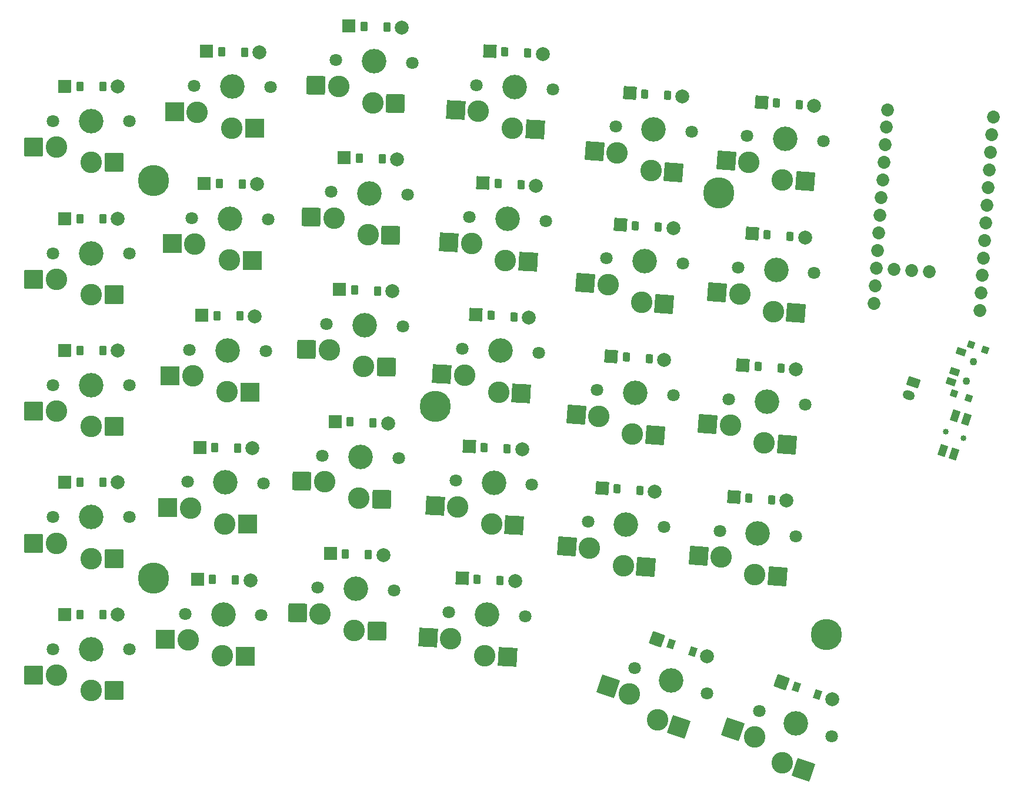
<source format=gbr>
%TF.GenerationSoftware,KiCad,Pcbnew,8.0.4*%
%TF.CreationDate,2024-08-23T21:57:30-04:00*%
%TF.ProjectId,left,6c656674-2e6b-4696-9361-645f70636258,v1.0.0*%
%TF.SameCoordinates,Original*%
%TF.FileFunction,Soldermask,Bot*%
%TF.FilePolarity,Negative*%
%FSLAX46Y46*%
G04 Gerber Fmt 4.6, Leading zero omitted, Abs format (unit mm)*
G04 Created by KiCad (PCBNEW 8.0.4) date 2024-08-23 21:57:30*
%MOMM*%
%LPD*%
G01*
G04 APERTURE LIST*
G04 Aperture macros list*
%AMRoundRect*
0 Rectangle with rounded corners*
0 $1 Rounding radius*
0 $2 $3 $4 $5 $6 $7 $8 $9 X,Y pos of 4 corners*
0 Add a 4 corners polygon primitive as box body*
4,1,4,$2,$3,$4,$5,$6,$7,$8,$9,$2,$3,0*
0 Add four circle primitives for the rounded corners*
1,1,$1+$1,$2,$3*
1,1,$1+$1,$4,$5*
1,1,$1+$1,$6,$7*
1,1,$1+$1,$8,$9*
0 Add four rect primitives between the rounded corners*
20,1,$1+$1,$2,$3,$4,$5,0*
20,1,$1+$1,$4,$5,$6,$7,0*
20,1,$1+$1,$6,$7,$8,$9,0*
20,1,$1+$1,$8,$9,$2,$3,0*%
%AMHorizOval*
0 Thick line with rounded ends*
0 $1 width*
0 $2 $3 position (X,Y) of the first rounded end (center of the circle)*
0 $4 $5 position (X,Y) of the second rounded end (center of the circle)*
0 Add line between two ends*
20,1,$1,$2,$3,$4,$5,0*
0 Add two circle primitives to create the rounded ends*
1,1,$1,$2,$3*
1,1,$1,$4,$5*%
G04 Aperture macros list end*
%ADD10RoundRect,0.050000X-0.278978X0.571989X-0.571989X-0.278978X0.278978X-0.571989X0.571989X0.278978X0*%
%ADD11C,1.100000*%
%ADD12RoundRect,0.050000X-0.444443X0.628963X-0.737455X-0.222003X0.444443X-0.628963X0.737455X0.222003X0*%
%ADD13RoundRect,0.050000X-0.904380X-0.873349X0.873349X-0.904380X0.904380X0.873349X-0.873349X0.904380X0*%
%ADD14RoundRect,0.050000X-0.460403X-0.592055X0.439460X-0.607762X0.460403X0.592055X-0.439460X0.607762X0*%
%ADD15C,2.005000*%
%ADD16RoundRect,0.050000X-0.934308X-0.841255X0.841255X-0.934308X0.934308X0.841255X-0.841255X0.934308X0*%
%ADD17RoundRect,0.050000X-0.480785X-0.575627X0.417982X-0.622729X0.480785X0.575627X-0.417982X0.622729X0*%
%ADD18C,1.801800*%
%ADD19C,3.100000*%
%ADD20C,3.529000*%
%ADD21RoundRect,0.050000X1.387517X1.206150X-1.206150X1.387517X-1.387517X-1.206150X1.206150X-1.387517X0*%
%ADD22RoundRect,0.050000X-0.608350X0.844044X-0.999032X-0.290578X0.608350X-0.844044X0.999032X0.290578X0*%
%ADD23HorizOval,1.300000X-0.236380X0.081392X0.236380X-0.081392X0*%
%ADD24RoundRect,0.050000X-0.919484X-0.857433X0.857433X-0.919484X0.919484X0.857433X-0.857433X0.919484X0*%
%ADD25RoundRect,0.050000X-0.470666X-0.583930X0.428786X-0.615339X0.470666X0.583930X-0.428786X0.615339X0*%
%ADD26C,0.850000*%
%ADD27RoundRect,0.050000X-0.220444X0.895561X-0.725075X-0.569993X0.220444X-0.895561X0.725075X0.569993X0*%
%ADD28RoundRect,0.050000X-0.948848X-0.824821X0.824821X-0.948848X0.948848X0.824821X-0.824821X0.948848X0*%
%ADD29RoundRect,0.050000X-0.490758X-0.567148X0.407050X-0.629929X0.490758X0.567148X-0.407050X0.629929X0*%
%ADD30RoundRect,0.050000X1.344577X1.253839X-1.253839X1.344577X-1.344577X-1.253839X1.253839X-1.344577X0*%
%ADD31RoundRect,0.050000X1.300000X1.300000X-1.300000X1.300000X-1.300000X-1.300000X1.300000X-1.300000X0*%
%ADD32RoundRect,0.050000X-0.889000X-0.889000X0.889000X-0.889000X0.889000X0.889000X-0.889000X0.889000X0*%
%ADD33RoundRect,0.050000X-0.450000X-0.600000X0.450000X-0.600000X0.450000X0.600000X-0.450000X0.600000X0*%
%ADD34RoundRect,0.050000X1.366255X1.230182X-1.230182X1.366255X-1.366255X-1.230182X1.230182X-1.366255X0*%
%ADD35C,0.800000*%
%ADD36C,4.500000*%
%ADD37RoundRect,0.050000X1.322490X1.277114X-1.277114X1.322490X-1.322490X-1.277114X1.277114X-1.322490X0*%
%ADD38RoundRect,0.050000X-1.129996X-0.551136X0.551136X-1.129996X1.129996X0.551136X-0.551136X1.129996X0*%
%ADD39RoundRect,0.050000X-0.620824X-0.420805X0.230142X-0.713817X0.620824X0.420805X-0.230142X0.713817X0*%
%ADD40C,1.852600*%
%ADD41RoundRect,0.050000X1.652413X0.805936X-0.805936X1.652413X-1.652413X-0.805936X0.805936X-1.652413X0*%
G04 APERTURE END LIST*
D10*
%TO.C,T1*%
X178715801Y-156877742D03*
X176635660Y-156161492D03*
D11*
X176959480Y-158599758D03*
X175982776Y-161436314D03*
D10*
X176306596Y-163874580D03*
X174226455Y-163158330D03*
D12*
X175241705Y-157215065D03*
X174265001Y-160051621D03*
X173776649Y-161469899D03*
%TD*%
D13*
%TO.C,D8*%
X65941033Y-151940055D03*
D14*
X68100704Y-151977753D03*
X71400202Y-152035345D03*
D15*
X73559873Y-152073043D03*
%TD*%
D16*
%TO.C,D18*%
X105396310Y-151852998D03*
D17*
X107553350Y-151966044D03*
X110848828Y-152138752D03*
D15*
X113005868Y-152251798D03*
%TD*%
D18*
%TO.C,S24*%
X136451018Y-125549792D03*
D19*
X130549365Y-131101637D03*
D20*
X130964416Y-125166131D03*
D19*
X125715009Y-128558214D03*
D18*
X125477814Y-124782470D03*
D21*
X133816387Y-131330090D03*
X122447987Y-128329761D03*
%TD*%
D22*
%TO.C,JST1*%
X168328564Y-161550571D03*
D23*
X167677428Y-163441609D03*
%TD*%
D24*
%TO.C,D15*%
X87086096Y-110248581D03*
D25*
X89244780Y-110323964D03*
X92542770Y-110439132D03*
D15*
X94701454Y-110514515D03*
%TD*%
D26*
%TO.C,B1*%
X175578120Y-169599302D03*
X172977944Y-168703990D03*
D27*
X175936339Y-166946393D03*
X174227106Y-171910365D03*
X174328958Y-166392927D03*
X172619725Y-171356899D03*
%TD*%
D16*
%TO.C,D17*%
X104401927Y-170826959D03*
D17*
X106558967Y-170940005D03*
X109854445Y-171112713D03*
D15*
X112011485Y-171225759D03*
%TD*%
D13*
%TO.C,D9*%
X66272629Y-132942949D03*
D14*
X68432300Y-132980647D03*
X71731798Y-133038239D03*
D15*
X73891469Y-133075937D03*
%TD*%
D18*
%TO.C,S23*%
X135125645Y-144503509D03*
D19*
X129223992Y-150055354D03*
D20*
X129639043Y-144119848D03*
D19*
X124389636Y-147511931D03*
D18*
X124152441Y-143736187D03*
D21*
X132491014Y-150283807D03*
X121122614Y-147283478D03*
%TD*%
D28*
%TO.C,D26*%
X143815451Y-159145345D03*
D29*
X145970189Y-159296019D03*
X149262151Y-159526215D03*
D15*
X151416889Y-159676889D03*
%TD*%
D18*
%TO.C,S11*%
X93563566Y-191524152D03*
D19*
X87859264Y-197278580D03*
D20*
X88066916Y-191332205D03*
D19*
X82939089Y-194905423D03*
D18*
X82570266Y-191140258D03*
D30*
X91132269Y-197392876D03*
X79666084Y-194791127D03*
%TD*%
D28*
%TO.C,D24*%
X127512480Y-119912538D03*
D29*
X129667218Y-120063212D03*
X132959180Y-120293408D03*
D15*
X135113918Y-120444082D03*
%TD*%
D18*
%TO.C,S2*%
X55500000Y-181000000D03*
D19*
X50000000Y-186950000D03*
D20*
X50000000Y-181000000D03*
D19*
X45000000Y-184750000D03*
D18*
X44500000Y-181000000D03*
D31*
X53275000Y-186950000D03*
X41725000Y-184750000D03*
%TD*%
D18*
%TO.C,S4*%
X55500000Y-143000000D03*
D19*
X50000000Y-148950000D03*
D20*
X50000000Y-143000000D03*
D19*
X45000000Y-146750000D03*
D18*
X44500000Y-143000000D03*
D31*
X53275000Y-148950000D03*
X41725000Y-146750000D03*
%TD*%
D24*
%TO.C,D11*%
X84433734Y-186202284D03*
D25*
X86592418Y-186277667D03*
X89890408Y-186392835D03*
D15*
X92049092Y-186468218D03*
%TD*%
D28*
%TO.C,D28*%
X146466197Y-121237911D03*
D29*
X148620935Y-121388585D03*
X151912897Y-121618781D03*
D15*
X154067635Y-121769455D03*
%TD*%
D32*
%TO.C,D5*%
X46190000Y-119000000D03*
D33*
X48350000Y-119000000D03*
X51650000Y-119000000D03*
D15*
X53810000Y-119000000D03*
%TD*%
D13*
%TO.C,D7*%
X65609438Y-170937161D03*
D14*
X67769109Y-170974859D03*
X71068607Y-171032451D03*
D15*
X73228278Y-171070149D03*
%TD*%
D24*
%TO.C,D14*%
X86423006Y-129237007D03*
D25*
X88581690Y-129312390D03*
X91879680Y-129427558D03*
D15*
X94038364Y-129502941D03*
%TD*%
D18*
%TO.C,S18*%
X114431871Y-157333393D03*
D19*
X108628010Y-162987391D03*
D20*
X108939409Y-157045545D03*
D19*
X103750001Y-160528726D03*
D18*
X103446947Y-156757697D03*
D34*
X111898522Y-163158791D03*
X100479490Y-160357326D03*
%TD*%
D32*
%TO.C,D2*%
X46190000Y-176000000D03*
D33*
X48350000Y-176000000D03*
X51650000Y-176000000D03*
D15*
X53810000Y-176000000D03*
%TD*%
D18*
%TO.C,S28*%
X155404735Y-126875165D03*
D19*
X149503082Y-132427010D03*
D20*
X149918133Y-126491504D03*
D19*
X144668726Y-129883587D03*
D18*
X144431531Y-126107843D03*
D21*
X152770104Y-132655463D03*
X141401704Y-129655134D03*
%TD*%
D32*
%TO.C,D4*%
X46190000Y-138000000D03*
D33*
X48350000Y-138000000D03*
X51650000Y-138000000D03*
D15*
X53810000Y-138000000D03*
%TD*%
D18*
%TO.C,S19*%
X115426255Y-138359432D03*
D19*
X109622394Y-144013430D03*
D20*
X109933793Y-138071584D03*
D19*
X104744385Y-141554765D03*
D18*
X104441331Y-137783736D03*
D34*
X112892906Y-144184830D03*
X101473874Y-141383365D03*
%TD*%
D18*
%TO.C,S27*%
X154079362Y-145828882D03*
D19*
X148177709Y-151380727D03*
D20*
X148592760Y-145445221D03*
D19*
X143343353Y-148837304D03*
D18*
X143106158Y-145061560D03*
D21*
X151444731Y-151609180D03*
X140076331Y-148608851D03*
%TD*%
D28*
%TO.C,D25*%
X142490078Y-178099062D03*
D29*
X144644816Y-178249736D03*
X147936778Y-178479932D03*
D15*
X150091516Y-178630606D03*
%TD*%
D28*
%TO.C,D22*%
X124861734Y-157819972D03*
D29*
X127016472Y-157970646D03*
X130308434Y-158200842D03*
D15*
X132463172Y-158351516D03*
%TD*%
D18*
%TO.C,S17*%
X113437488Y-176307355D03*
D19*
X107633627Y-181961353D03*
D20*
X107945026Y-176019507D03*
D19*
X102755618Y-179502688D03*
D18*
X102452564Y-175731659D03*
D34*
X110904139Y-182132753D03*
X99485107Y-179331288D03*
%TD*%
D13*
%TO.C,D10*%
X66604225Y-113945843D03*
D14*
X68763896Y-113983541D03*
X72063394Y-114041133D03*
D15*
X74223065Y-114078831D03*
%TD*%
D18*
%TO.C,S1*%
X55500000Y-200000000D03*
D19*
X50000000Y-205950000D03*
D20*
X50000000Y-200000000D03*
D19*
X45000000Y-203750000D03*
D18*
X44500000Y-200000000D03*
D31*
X53275000Y-205950000D03*
X41725000Y-203750000D03*
%TD*%
D18*
%TO.C,S16*%
X112443105Y-195281316D03*
D19*
X106639244Y-200935314D03*
D20*
X106950643Y-194993468D03*
D19*
X101761235Y-198476649D03*
D18*
X101458181Y-194705620D03*
D34*
X109909756Y-201106714D03*
X98490724Y-198305249D03*
%TD*%
D32*
%TO.C,D1*%
X46190000Y-195000000D03*
D33*
X48350000Y-195000000D03*
X51650000Y-195000000D03*
D15*
X53810000Y-195000000D03*
%TD*%
D28*
%TO.C,D23*%
X126187107Y-138866255D03*
D29*
X128341845Y-139016929D03*
X131633807Y-139247125D03*
D15*
X133788545Y-139397799D03*
%TD*%
D35*
%TO.C,_4*%
X138701146Y-134227892D03*
X139264630Y-133097719D03*
X139101856Y-135425487D03*
X140462225Y-132697009D03*
D36*
X140347127Y-134342990D03*
D35*
X140232029Y-135988971D03*
X141592398Y-133260493D03*
X141429624Y-135588261D03*
X141993108Y-134458088D03*
%TD*%
%TO.C,_2*%
X57350000Y-189800000D03*
X57833274Y-188633274D03*
X57833274Y-190966726D03*
X59000000Y-188150000D03*
D36*
X59000000Y-189800000D03*
D35*
X59000000Y-191450000D03*
X60166726Y-188633274D03*
X60166726Y-190966726D03*
X60650000Y-189800000D03*
%TD*%
D28*
%TO.C,D21*%
X123536361Y-176773689D03*
D29*
X125691099Y-176924363D03*
X128983061Y-177154559D03*
D15*
X131137799Y-177305233D03*
%TD*%
D18*
%TO.C,S13*%
X94889747Y-153547301D03*
D19*
X89185445Y-159301729D03*
D20*
X89393097Y-153355354D03*
D19*
X84265270Y-156928572D03*
D18*
X83896447Y-153163407D03*
D30*
X92458450Y-159416025D03*
X80992265Y-156814276D03*
%TD*%
D18*
%TO.C,S22*%
X133800272Y-163457226D03*
D19*
X127898619Y-169009071D03*
D20*
X128313670Y-163073565D03*
D19*
X123064263Y-166465648D03*
D18*
X122827068Y-162689904D03*
D21*
X131165641Y-169237524D03*
X119797241Y-166237195D03*
%TD*%
D18*
%TO.C,S9*%
X75493949Y-138104669D03*
D19*
X69890945Y-143957775D03*
D20*
X69994787Y-138008681D03*
D19*
X64930102Y-141670848D03*
D18*
X64495625Y-137912693D03*
D37*
X73165446Y-144014931D03*
X61655601Y-141613691D03*
%TD*%
D38*
%TO.C,D30*%
X149424435Y-204749530D03*
D39*
X151466755Y-205452758D03*
X154586967Y-206527132D03*
D15*
X156629287Y-207230360D03*
%TD*%
D28*
%TO.C,D27*%
X145140824Y-140191628D03*
D29*
X147295562Y-140342302D03*
X150587524Y-140572498D03*
D15*
X152742262Y-140723172D03*
%TD*%
D35*
%TO.C,_3*%
X97859149Y-164976519D03*
X98402823Y-163836684D03*
X98280699Y-166166938D03*
X99593242Y-163415134D03*
D36*
X99506888Y-165062873D03*
D35*
X99420534Y-166710612D03*
X100733077Y-163958808D03*
X100610953Y-166289062D03*
X101154627Y-165149227D03*
%TD*%
D18*
%TO.C,S15*%
X96215927Y-115570449D03*
D19*
X90511625Y-121324877D03*
D20*
X90719277Y-115378502D03*
D19*
X85591450Y-118951720D03*
D18*
X85222627Y-115186555D03*
D30*
X93784630Y-121439173D03*
X82318445Y-118837424D03*
%TD*%
D35*
%TO.C,_1*%
X57350000Y-132500000D03*
X57833274Y-131333274D03*
X57833274Y-133666726D03*
X59000000Y-130850000D03*
D36*
X59000000Y-132500000D03*
D35*
X59000000Y-134150000D03*
X60166726Y-131333274D03*
X60166726Y-133666726D03*
X60650000Y-132500000D03*
%TD*%
D18*
%TO.C,S6*%
X74499162Y-195095988D03*
D19*
X68896158Y-200949094D03*
D20*
X69000000Y-195000000D03*
D19*
X63935315Y-198662167D03*
D18*
X63500838Y-194904012D03*
D37*
X72170659Y-201006250D03*
X60660814Y-198605010D03*
%TD*%
D32*
%TO.C,D3*%
X46190000Y-157000000D03*
D33*
X48350000Y-157000000D03*
X51650000Y-157000000D03*
D15*
X53810000Y-157000000D03*
%TD*%
D18*
%TO.C,S5*%
X55500000Y-124000000D03*
D19*
X50000000Y-129950000D03*
D20*
X50000000Y-124000000D03*
D19*
X45000000Y-127750000D03*
D18*
X44500000Y-124000000D03*
D31*
X53275000Y-129950000D03*
X41725000Y-127750000D03*
%TD*%
D35*
%TO.C,_5*%
X154266641Y-197321298D03*
X155103435Y-196375475D03*
X154343737Y-198581797D03*
X156363934Y-196298379D03*
D36*
X155826747Y-197858485D03*
D35*
X155289560Y-199418591D03*
X157309757Y-197135173D03*
X156550059Y-199341495D03*
X157386853Y-198395672D03*
%TD*%
D18*
%TO.C,S8*%
X75162353Y-157101776D03*
D19*
X69559349Y-162954882D03*
D20*
X69663191Y-157005788D03*
D19*
X64598506Y-160667955D03*
D18*
X64164029Y-156909800D03*
D37*
X72833850Y-163012038D03*
X61324005Y-160610798D03*
%TD*%
D40*
%TO.C,MCU1*%
X164623746Y-122337196D03*
X164446564Y-124871009D03*
X164269383Y-127404821D03*
X164092202Y-129938634D03*
X163915020Y-132472447D03*
X163737839Y-135006259D03*
X163560657Y-137540072D03*
X163383476Y-140073885D03*
X163206294Y-142607697D03*
X163029113Y-145141510D03*
X162851931Y-147675323D03*
X162674750Y-150209135D03*
X177877626Y-151272224D03*
X178054808Y-148738411D03*
X178231989Y-146204599D03*
X178409170Y-143670786D03*
X178586352Y-141136973D03*
X178763533Y-138603161D03*
X178940715Y-136069348D03*
X179117896Y-133535535D03*
X179295078Y-131001723D03*
X179472259Y-128467910D03*
X179649441Y-125934097D03*
X179826622Y-123400285D03*
X165562926Y-145318692D03*
X168096738Y-145495873D03*
X170630551Y-145673054D03*
%TD*%
D16*
%TO.C,D16*%
X103407544Y-189800920D03*
D17*
X105564584Y-189913966D03*
X108860062Y-190086674D03*
D15*
X111017102Y-190199720D03*
%TD*%
D16*
%TO.C,D19*%
X106390693Y-132879037D03*
D17*
X108547733Y-132992083D03*
X111843211Y-133164791D03*
D15*
X114000251Y-133277837D03*
%TD*%
D18*
%TO.C,S29*%
X138634519Y-206322368D03*
D19*
X131497036Y-210157579D03*
D20*
X133434167Y-204531743D03*
D19*
X127485694Y-206449597D03*
D18*
X128233815Y-202741118D03*
D41*
X134593610Y-211223814D03*
X124389120Y-205383361D03*
%TD*%
D18*
%TO.C,S26*%
X152753989Y-164782599D03*
D19*
X146852336Y-170334444D03*
D20*
X147267387Y-164398938D03*
D19*
X142017980Y-167791021D03*
D18*
X141780785Y-164015277D03*
D21*
X150119358Y-170562897D03*
X138750958Y-167562568D03*
%TD*%
D18*
%TO.C,S3*%
X55500000Y-162000000D03*
D19*
X50000000Y-167950000D03*
D20*
X50000000Y-162000000D03*
D19*
X45000000Y-165750000D03*
D18*
X44500000Y-162000000D03*
D31*
X53275000Y-167950000D03*
X41725000Y-165750000D03*
%TD*%
D38*
%TO.C,D29*%
X131459582Y-198563735D03*
D39*
X133501902Y-199266963D03*
X136622114Y-200341337D03*
D15*
X138664434Y-201044565D03*
%TD*%
D18*
%TO.C,S20*%
X116420638Y-119385471D03*
D19*
X110616777Y-125039469D03*
D20*
X110928176Y-119097623D03*
D19*
X105738768Y-122580804D03*
D18*
X105435714Y-118809775D03*
D34*
X113887289Y-125210869D03*
X102468257Y-122409404D03*
%TD*%
D16*
%TO.C,D20*%
X107385077Y-113905075D03*
D17*
X109542117Y-114018121D03*
X112837595Y-114190829D03*
D15*
X114994635Y-114303875D03*
%TD*%
D18*
%TO.C,S10*%
X75825545Y-119107563D03*
D19*
X70222541Y-124960669D03*
D20*
X70326383Y-119011575D03*
D19*
X65261698Y-122673742D03*
D18*
X64827221Y-118915587D03*
D37*
X73497042Y-125017825D03*
X61987197Y-122616585D03*
%TD*%
D18*
%TO.C,S14*%
X95552837Y-134558875D03*
D19*
X89848535Y-140313303D03*
D20*
X90056187Y-134366928D03*
D19*
X84928360Y-137940146D03*
D18*
X84559537Y-134174981D03*
D30*
X93121540Y-140427599D03*
X81655355Y-137825850D03*
%TD*%
D24*
%TO.C,D13*%
X85759915Y-148225432D03*
D25*
X87918599Y-148300815D03*
X91216589Y-148415983D03*
D15*
X93375273Y-148491366D03*
%TD*%
D18*
%TO.C,S7*%
X74830758Y-176098882D03*
D19*
X69227754Y-181951988D03*
D20*
X69331596Y-176002894D03*
D19*
X64266911Y-179665061D03*
D18*
X63832434Y-175906906D03*
D37*
X72502255Y-182009144D03*
X60992410Y-179607904D03*
%TD*%
D24*
%TO.C,D12*%
X85096825Y-167213858D03*
D25*
X87255509Y-167289241D03*
X90553499Y-167404409D03*
D15*
X92712183Y-167479792D03*
%TD*%
D18*
%TO.C,S12*%
X94226656Y-172535726D03*
D19*
X88522354Y-178290154D03*
D20*
X88730006Y-172343779D03*
D19*
X83602179Y-175916997D03*
D18*
X83233356Y-172151832D03*
D30*
X91795359Y-178404450D03*
X80329174Y-175802701D03*
%TD*%
D18*
%TO.C,S21*%
X132474899Y-182410943D03*
D19*
X126573246Y-187962788D03*
D20*
X126988297Y-182027282D03*
D19*
X121738890Y-185419365D03*
D18*
X121501695Y-181643621D03*
D21*
X129840268Y-188191241D03*
X118471868Y-185190912D03*
%TD*%
D13*
%TO.C,D6*%
X65277842Y-189934268D03*
D14*
X67437513Y-189971966D03*
X70737011Y-190029558D03*
D15*
X72896682Y-190067256D03*
%TD*%
D18*
%TO.C,S30*%
X156599372Y-212508162D03*
D19*
X149461889Y-216343373D03*
D20*
X151399020Y-210717537D03*
D19*
X145450547Y-212635391D03*
D18*
X146198668Y-208926912D03*
D41*
X152558463Y-217409608D03*
X142353973Y-211569155D03*
%TD*%
D18*
%TO.C,S25*%
X151428616Y-183736316D03*
D19*
X145526963Y-189288161D03*
D20*
X145942014Y-183352655D03*
D19*
X140692607Y-186744738D03*
D18*
X140455412Y-182968994D03*
D21*
X148793985Y-189516614D03*
X137425585Y-186516285D03*
%TD*%
M02*

</source>
